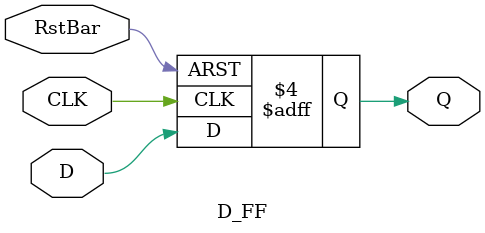
<source format=v>
module MUX2_1 (i1, i2, sel, out);
input i1;
input i2;
input sel;
output out;
assign out = sel ? i2 : i1;
endmodule



///////////////////////////////////////////////////////////////////
//		D FlipFlop
///////////////////////////////////////////////////////////////////

module D_FF( D, CLK, RstBar, Q);
input D, CLK, RstBar;
output Q;
reg Q;
always @(posedge CLK or negedge RstBar)
begin
	if(RstBar == 1'b0)
		Q = 1'b0;
	else if (CLK == 1'b1)
		Q = D;
end
endmodule


</source>
